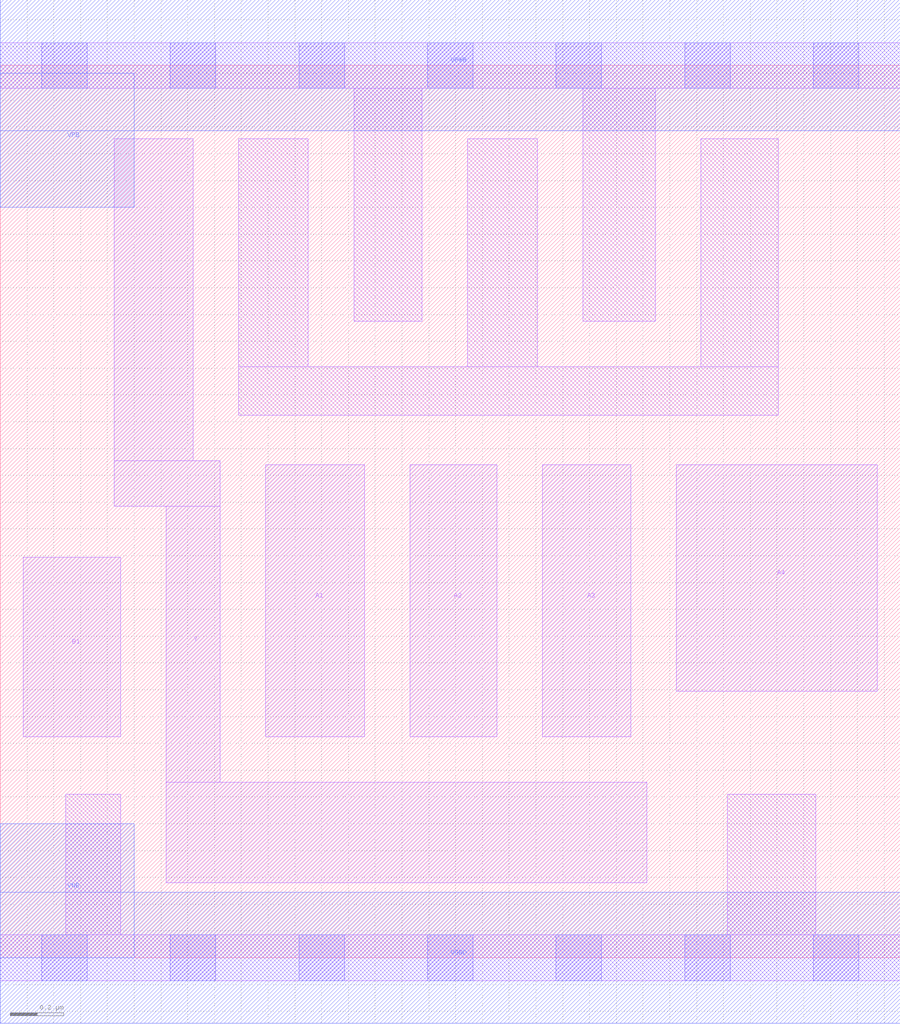
<source format=lef>
# Copyright 2020 The SkyWater PDK Authors
#
# Licensed under the Apache License, Version 2.0 (the "License");
# you may not use this file except in compliance with the License.
# You may obtain a copy of the License at
#
#     https://www.apache.org/licenses/LICENSE-2.0
#
# Unless required by applicable law or agreed to in writing, software
# distributed under the License is distributed on an "AS IS" BASIS,
# WITHOUT WARRANTIES OR CONDITIONS OF ANY KIND, either express or implied.
# See the License for the specific language governing permissions and
# limitations under the License.
#
# SPDX-License-Identifier: Apache-2.0

VERSION 5.5 ;
NAMESCASESENSITIVE ON ;
BUSBITCHARS "[]" ;
DIVIDERCHAR "/" ;
MACRO sky130_fd_sc_lp__a41oi_0
  CLASS CORE ;
  SOURCE USER ;
  ORIGIN  0.000000  0.000000 ;
  SIZE  3.360000 BY  3.330000 ;
  SYMMETRY X Y R90 ;
  SITE unit ;
  PIN A1
    ANTENNAGATEAREA  0.159000 ;
    DIRECTION INPUT ;
    USE SIGNAL ;
    PORT
      LAYER li1 ;
        RECT 0.990000 0.825000 1.360000 1.840000 ;
    END
  END A1
  PIN A2
    ANTENNAGATEAREA  0.159000 ;
    DIRECTION INPUT ;
    USE SIGNAL ;
    PORT
      LAYER li1 ;
        RECT 1.530000 0.825000 1.855000 1.840000 ;
    END
  END A2
  PIN A3
    ANTENNAGATEAREA  0.159000 ;
    DIRECTION INPUT ;
    USE SIGNAL ;
    PORT
      LAYER li1 ;
        RECT 2.025000 0.825000 2.355000 1.840000 ;
    END
  END A3
  PIN A4
    ANTENNAGATEAREA  0.159000 ;
    DIRECTION INPUT ;
    USE SIGNAL ;
    PORT
      LAYER li1 ;
        RECT 2.525000 0.995000 3.275000 1.840000 ;
    END
  END A4
  PIN B1
    ANTENNAGATEAREA  0.159000 ;
    DIRECTION INPUT ;
    USE SIGNAL ;
    PORT
      LAYER li1 ;
        RECT 0.085000 0.825000 0.450000 1.495000 ;
    END
  END B1
  PIN Y
    ANTENNADIFFAREA  0.320800 ;
    DIRECTION OUTPUT ;
    USE SIGNAL ;
    PORT
      LAYER li1 ;
        RECT 0.425000 1.685000 0.820000 1.855000 ;
        RECT 0.425000 1.855000 0.720000 3.055000 ;
        RECT 0.620000 0.280000 2.415000 0.655000 ;
        RECT 0.620000 0.655000 0.820000 1.685000 ;
    END
  END Y
  PIN VGND
    DIRECTION INOUT ;
    USE GROUND ;
    PORT
      LAYER met1 ;
        RECT 0.000000 -0.245000 3.360000 0.245000 ;
    END
  END VGND
  PIN VNB
    DIRECTION INOUT ;
    USE GROUND ;
    PORT
    END
  END VNB
  PIN VPB
    DIRECTION INOUT ;
    USE POWER ;
    PORT
    END
  END VPB
  PIN VNB
    DIRECTION INOUT ;
    USE GROUND ;
    PORT
      LAYER met1 ;
        RECT 0.000000 0.000000 0.500000 0.500000 ;
    END
  END VNB
  PIN VPB
    DIRECTION INOUT ;
    USE POWER ;
    PORT
      LAYER met1 ;
        RECT 0.000000 2.800000 0.500000 3.300000 ;
    END
  END VPB
  PIN VPWR
    DIRECTION INOUT ;
    USE POWER ;
    PORT
      LAYER met1 ;
        RECT 0.000000 3.085000 3.360000 3.575000 ;
    END
  END VPWR
  OBS
    LAYER li1 ;
      RECT 0.000000 -0.085000 3.360000 0.085000 ;
      RECT 0.000000  3.245000 3.360000 3.415000 ;
      RECT 0.245000  0.085000 0.450000 0.610000 ;
      RECT 0.890000  2.025000 2.905000 2.205000 ;
      RECT 0.890000  2.205000 1.150000 3.055000 ;
      RECT 1.320000  2.375000 1.575000 3.245000 ;
      RECT 1.745000  2.205000 2.005000 3.055000 ;
      RECT 2.175000  2.375000 2.445000 3.245000 ;
      RECT 2.615000  2.205000 2.905000 3.055000 ;
      RECT 2.715000  0.085000 3.045000 0.610000 ;
    LAYER mcon ;
      RECT 0.155000 -0.085000 0.325000 0.085000 ;
      RECT 0.155000  3.245000 0.325000 3.415000 ;
      RECT 0.635000 -0.085000 0.805000 0.085000 ;
      RECT 0.635000  3.245000 0.805000 3.415000 ;
      RECT 1.115000 -0.085000 1.285000 0.085000 ;
      RECT 1.115000  3.245000 1.285000 3.415000 ;
      RECT 1.595000 -0.085000 1.765000 0.085000 ;
      RECT 1.595000  3.245000 1.765000 3.415000 ;
      RECT 2.075000 -0.085000 2.245000 0.085000 ;
      RECT 2.075000  3.245000 2.245000 3.415000 ;
      RECT 2.555000 -0.085000 2.725000 0.085000 ;
      RECT 2.555000  3.245000 2.725000 3.415000 ;
      RECT 3.035000 -0.085000 3.205000 0.085000 ;
      RECT 3.035000  3.245000 3.205000 3.415000 ;
  END
END sky130_fd_sc_lp__a41oi_0
END LIBRARY

</source>
